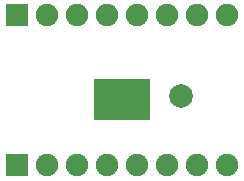
<source format=gbs>
G04 (created by PCBNEW-RS274X (2012-01-19 BZR 3256)-stable) date 03/01/2013 14:51:54*
G01*
G70*
G90*
%MOIN*%
G04 Gerber Fmt 3.4, Leading zero omitted, Abs format*
%FSLAX34Y34*%
G04 APERTURE LIST*
%ADD10C,0.006000*%
%ADD11R,0.075000X0.075000*%
%ADD12C,0.075000*%
%ADD13R,0.077100X0.079100*%
%ADD14C,0.079100*%
G04 APERTURE END LIST*
G54D10*
G54D11*
X00500Y05500D03*
G54D12*
X01500Y05500D03*
X02500Y05500D03*
X03500Y05500D03*
X04500Y05500D03*
X05500Y05500D03*
X06500Y05500D03*
X07500Y05500D03*
G54D11*
X00500Y00500D03*
G54D12*
X01500Y00500D03*
X02500Y00500D03*
X03500Y00500D03*
X04500Y00500D03*
X05500Y00500D03*
X06500Y00500D03*
X07500Y00500D03*
G54D13*
X04571Y02404D03*
X04000Y02404D03*
X03429Y02404D03*
X03429Y02995D03*
X04000Y02995D03*
X04571Y02995D03*
G54D14*
X05975Y02800D03*
M02*

</source>
